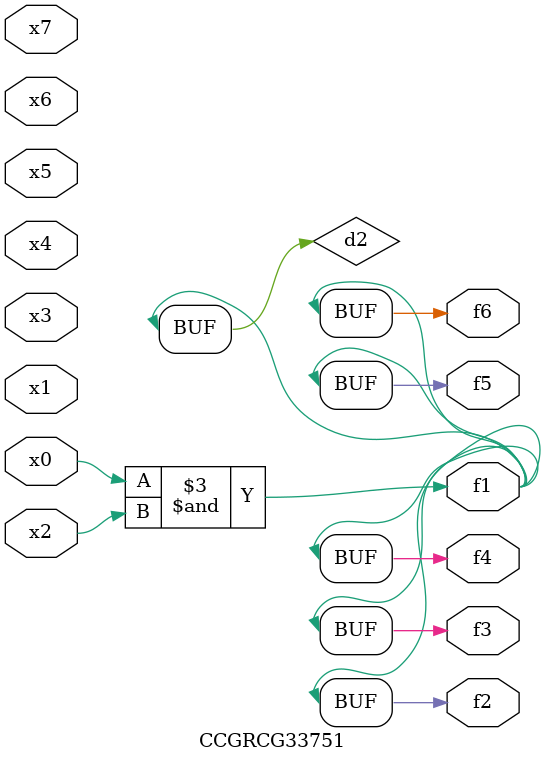
<source format=v>
module CCGRCG33751(
	input x0, x1, x2, x3, x4, x5, x6, x7,
	output f1, f2, f3, f4, f5, f6
);

	wire d1, d2;

	nor (d1, x3, x6);
	and (d2, x0, x2);
	assign f1 = d2;
	assign f2 = d2;
	assign f3 = d2;
	assign f4 = d2;
	assign f5 = d2;
	assign f6 = d2;
endmodule

</source>
